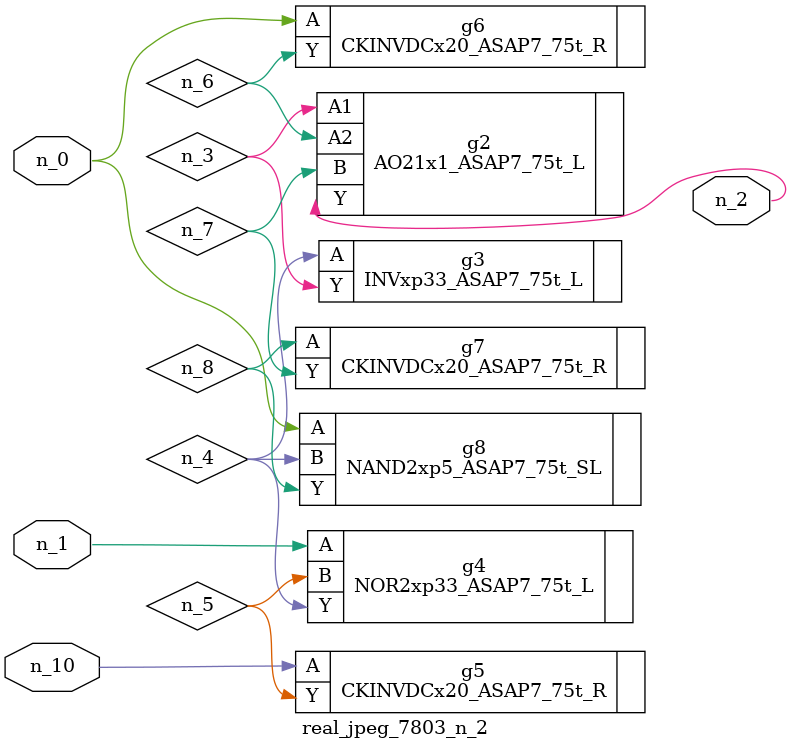
<source format=v>
module real_jpeg_7803_n_2 (n_1, n_10, n_0, n_2);

input n_1;
input n_10;
input n_0;

output n_2;

wire n_5;
wire n_4;
wire n_8;
wire n_6;
wire n_7;
wire n_3;

CKINVDCx20_ASAP7_75t_R g6 ( 
.A(n_0),
.Y(n_6)
);

NAND2xp5_ASAP7_75t_SL g8 ( 
.A(n_0),
.B(n_4),
.Y(n_8)
);

NOR2xp33_ASAP7_75t_L g4 ( 
.A(n_1),
.B(n_5),
.Y(n_4)
);

AO21x1_ASAP7_75t_L g2 ( 
.A1(n_3),
.A2(n_6),
.B(n_7),
.Y(n_2)
);

INVxp33_ASAP7_75t_L g3 ( 
.A(n_4),
.Y(n_3)
);

CKINVDCx20_ASAP7_75t_R g7 ( 
.A(n_8),
.Y(n_7)
);

CKINVDCx20_ASAP7_75t_R g5 ( 
.A(n_10),
.Y(n_5)
);


endmodule
</source>
